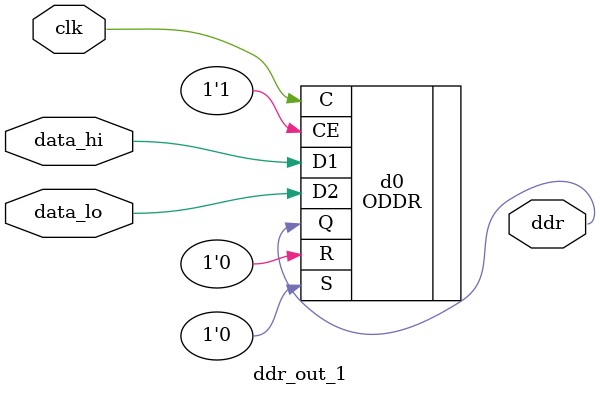
<source format=v>
module ddr_out_1 ( clk, data_hi, data_lo, ddr );
	// synthesis attribute keep_hierarchy ddr_out_1 "true";
	input clk;
	input data_hi;
	input data_lo;
	output ddr;
	defparam d0.DDR_CLK_EDGE = "SAME_EDGE";
	ODDR d0 (
	.D1(data_hi),
	.D2(data_lo),
	.C(clk),
	.CE(1'b1),
	.S(1'b0),
	.R(1'b0),
	.Q(ddr));
endmodule
</source>
